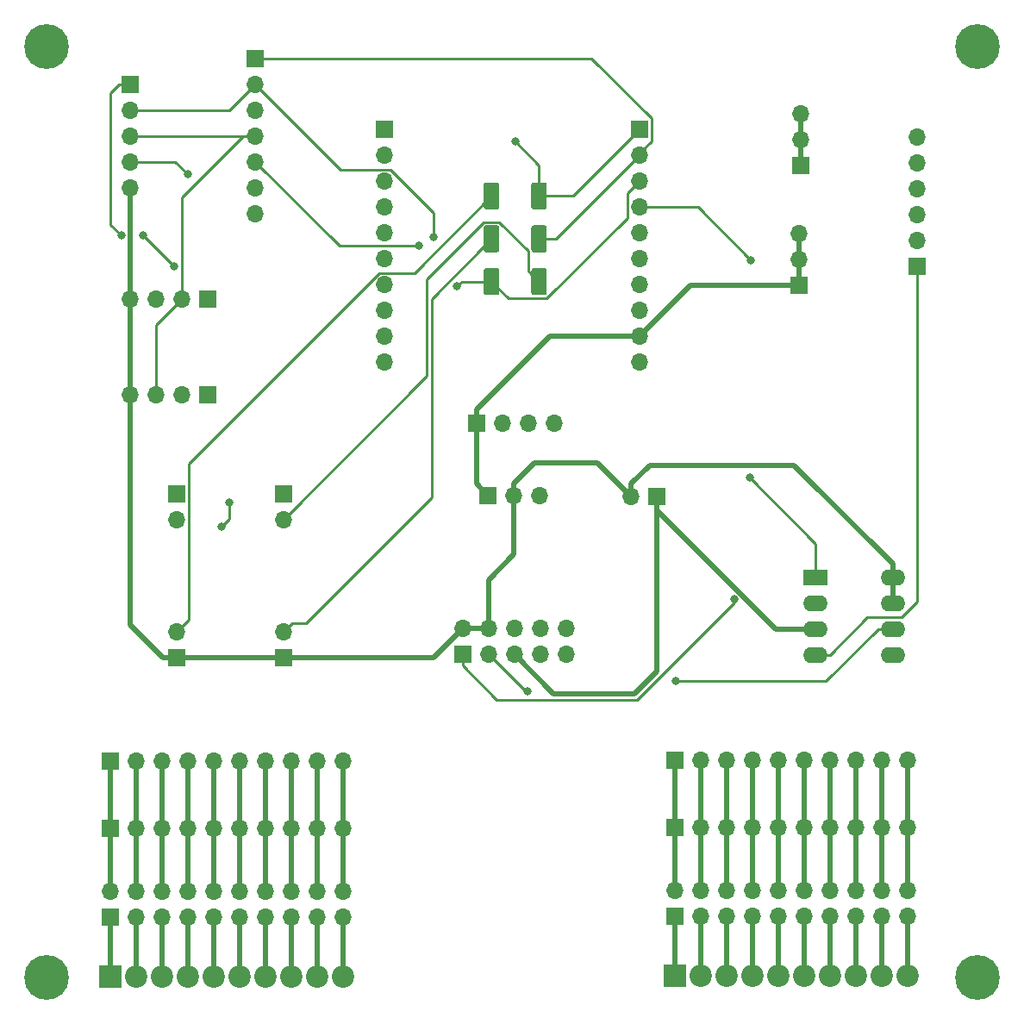
<source format=gbr>
G04 #@! TF.GenerationSoftware,KiCad,Pcbnew,(5.1.5-0-10_14)*
G04 #@! TF.CreationDate,2020-01-27T09:04:13+02:00*
G04 #@! TF.ProjectId,Focaccia-Board_v.0.1,466f6361-6363-4696-912d-426f6172645f,rev?*
G04 #@! TF.SameCoordinates,Original*
G04 #@! TF.FileFunction,Copper,L1,Top*
G04 #@! TF.FilePolarity,Positive*
%FSLAX46Y46*%
G04 Gerber Fmt 4.6, Leading zero omitted, Abs format (unit mm)*
G04 Created by KiCad (PCBNEW (5.1.5-0-10_14)) date 2020-01-27 09:04:13*
%MOMM*%
%LPD*%
G04 APERTURE LIST*
%ADD10O,2.400000X1.600000*%
%ADD11R,2.400000X1.600000*%
%ADD12C,2.200000*%
%ADD13R,2.200000X2.200000*%
%ADD14R,1.700000X1.700000*%
%ADD15O,1.700000X1.700000*%
%ADD16C,4.400000*%
%ADD17C,0.700000*%
%ADD18C,0.100000*%
%ADD19C,0.800000*%
%ADD20C,0.500000*%
%ADD21C,0.250000*%
G04 APERTURE END LIST*
D10*
X178420000Y-70600000D03*
X170800000Y-78220000D03*
X178420000Y-73140000D03*
X170800000Y-75680000D03*
X178420000Y-75680000D03*
X170800000Y-73140000D03*
X178420000Y-78220000D03*
D11*
X170800000Y-70600000D03*
D12*
X124360000Y-109800000D03*
X121820000Y-109800000D03*
X119280000Y-109800000D03*
X116740000Y-109800000D03*
X114200000Y-109800000D03*
X111660000Y-109800000D03*
X109120000Y-109800000D03*
X106580000Y-109800000D03*
X104040000Y-109800000D03*
D13*
X101500000Y-109800000D03*
D12*
X179860000Y-109750000D03*
X177320000Y-109750000D03*
X174780000Y-109750000D03*
X172240000Y-109750000D03*
X169700000Y-109750000D03*
X167160000Y-109750000D03*
X164620000Y-109750000D03*
X162080000Y-109750000D03*
X159540000Y-109750000D03*
D13*
X157000000Y-109750000D03*
D14*
X157000000Y-95200000D03*
D15*
X159540000Y-95200000D03*
X162080000Y-95200000D03*
X164620000Y-95200000D03*
X167160000Y-95200000D03*
X169700000Y-95200000D03*
X172240000Y-95200000D03*
X174780000Y-95200000D03*
X177320000Y-95200000D03*
X179860000Y-95200000D03*
D14*
X157000000Y-103950000D03*
D15*
X157000000Y-101410000D03*
X159540000Y-103950000D03*
X159540000Y-101410000D03*
X162080000Y-103950000D03*
X162080000Y-101410000D03*
X164620000Y-103950000D03*
X164620000Y-101410000D03*
X167160000Y-103950000D03*
X167160000Y-101410000D03*
X169700000Y-103950000D03*
X169700000Y-101410000D03*
X172240000Y-103950000D03*
X172240000Y-101410000D03*
X174780000Y-103950000D03*
X174780000Y-101410000D03*
X177320000Y-103950000D03*
X177320000Y-101410000D03*
X179860000Y-103950000D03*
X179860000Y-101410000D03*
D14*
X157000000Y-88600000D03*
D15*
X159540000Y-88600000D03*
X162080000Y-88600000D03*
X164620000Y-88600000D03*
X167160000Y-88600000D03*
X169700000Y-88600000D03*
X172240000Y-88600000D03*
X174780000Y-88600000D03*
X177320000Y-88600000D03*
X179860000Y-88600000D03*
X124360000Y-101460000D03*
X124360000Y-104000000D03*
X121820000Y-101460000D03*
X121820000Y-104000000D03*
X119280000Y-101460000D03*
X119280000Y-104000000D03*
X116740000Y-101460000D03*
X116740000Y-104000000D03*
X114200000Y-101460000D03*
X114200000Y-104000000D03*
X111660000Y-101460000D03*
X111660000Y-104000000D03*
X109120000Y-101460000D03*
X109120000Y-104000000D03*
X106580000Y-101460000D03*
X106580000Y-104000000D03*
X104040000Y-101460000D03*
X104040000Y-104000000D03*
X101500000Y-101460000D03*
D14*
X101500000Y-104000000D03*
D15*
X124360000Y-88650000D03*
X121820000Y-88650000D03*
X119280000Y-88650000D03*
X116740000Y-88650000D03*
X114200000Y-88650000D03*
X111660000Y-88650000D03*
X109120000Y-88650000D03*
X106580000Y-88650000D03*
X104040000Y-88650000D03*
D14*
X101500000Y-88650000D03*
D15*
X124360000Y-95250000D03*
X121820000Y-95250000D03*
X119280000Y-95250000D03*
X116740000Y-95250000D03*
X114200000Y-95250000D03*
X111660000Y-95250000D03*
X109120000Y-95250000D03*
X106580000Y-95250000D03*
X104040000Y-95250000D03*
D14*
X101500000Y-95250000D03*
D16*
X186700000Y-109900000D03*
D17*
X188350000Y-109900000D03*
X187866726Y-111066726D03*
X186700000Y-111550000D03*
X185533274Y-111066726D03*
X185050000Y-109900000D03*
X185533274Y-108733274D03*
X186700000Y-108250000D03*
X187866726Y-108733274D03*
D16*
X95300000Y-109900000D03*
D17*
X96950000Y-109900000D03*
X96466726Y-111066726D03*
X95300000Y-111550000D03*
X94133274Y-111066726D03*
X93650000Y-109900000D03*
X94133274Y-108733274D03*
X95300000Y-108250000D03*
X96466726Y-108733274D03*
D16*
X95300000Y-18500000D03*
D17*
X96950000Y-18500000D03*
X96466726Y-19666726D03*
X95300000Y-20150000D03*
X94133274Y-19666726D03*
X93650000Y-18500000D03*
X94133274Y-17333274D03*
X95300000Y-16850000D03*
X96466726Y-17333274D03*
X187866726Y-17333274D03*
X186700000Y-16850000D03*
X185533274Y-17333274D03*
X185050000Y-18500000D03*
X185533274Y-19666726D03*
X186700000Y-20150000D03*
X187866726Y-19666726D03*
X188350000Y-18500000D03*
D16*
X186700000Y-18500000D03*
D15*
X143730000Y-62600000D03*
X141190000Y-62600000D03*
D14*
X138650000Y-62600000D03*
D15*
X103480000Y-43300000D03*
X106020000Y-43300000D03*
X108560000Y-43300000D03*
D14*
X111100000Y-43300000D03*
D15*
X103500000Y-32360000D03*
X103500000Y-29820000D03*
X103500000Y-27280000D03*
X103500000Y-24740000D03*
D14*
X103500000Y-22200000D03*
X111100000Y-52700000D03*
D15*
X108560000Y-52700000D03*
X106020000Y-52700000D03*
X103480000Y-52700000D03*
X115800000Y-34890000D03*
X115800000Y-32350000D03*
X115800000Y-29810000D03*
X115800000Y-27270000D03*
X115800000Y-24730000D03*
X115800000Y-22190000D03*
D14*
X115800000Y-19650000D03*
D15*
X108050000Y-64940000D03*
D14*
X108050000Y-62400000D03*
X118550000Y-62400000D03*
D15*
X118550000Y-64940000D03*
X118550000Y-75960000D03*
D14*
X118550000Y-78500000D03*
X108050000Y-78500000D03*
D15*
X108050000Y-75960000D03*
D14*
X128500000Y-26650000D03*
D15*
X128500000Y-29190000D03*
X128500000Y-31730000D03*
X128500000Y-34270000D03*
X128500000Y-36810000D03*
X128500000Y-39350000D03*
X128500000Y-41890000D03*
X128500000Y-44430000D03*
X128500000Y-46970000D03*
X128500000Y-49510000D03*
X153500000Y-49510000D03*
X153500000Y-46970000D03*
X153500000Y-44430000D03*
X153500000Y-41890000D03*
X153500000Y-39350000D03*
X153500000Y-36810000D03*
X153500000Y-34270000D03*
X153500000Y-31730000D03*
X153500000Y-29190000D03*
D14*
X153500000Y-26650000D03*
X137500000Y-55500000D03*
D15*
X140040000Y-55500000D03*
X142580000Y-55500000D03*
X145120000Y-55500000D03*
D14*
X180800000Y-40100000D03*
D15*
X180800000Y-37560000D03*
X180800000Y-35020000D03*
X180800000Y-32480000D03*
X180800000Y-29940000D03*
X180800000Y-27400000D03*
X169200000Y-36870000D03*
X169200000Y-39410000D03*
D14*
X169200000Y-41950000D03*
X169400000Y-30150000D03*
D15*
X169400000Y-27610000D03*
X169400000Y-25070000D03*
G04 #@! TA.AperFunction,SMDPad,CuDef*
D18*
G36*
X144199506Y-31831205D02*
G01*
X144223774Y-31834805D01*
X144247573Y-31840766D01*
X144270672Y-31849031D01*
X144292851Y-31859521D01*
X144313894Y-31872133D01*
X144333600Y-31886748D01*
X144351778Y-31903224D01*
X144368254Y-31921402D01*
X144382869Y-31941108D01*
X144395481Y-31962151D01*
X144405971Y-31984330D01*
X144414236Y-32007429D01*
X144420197Y-32031228D01*
X144423797Y-32055496D01*
X144425001Y-32080000D01*
X144425001Y-34230002D01*
X144423797Y-34254506D01*
X144420197Y-34278774D01*
X144414236Y-34302573D01*
X144405971Y-34325672D01*
X144395481Y-34347851D01*
X144382869Y-34368894D01*
X144368254Y-34388600D01*
X144351778Y-34406778D01*
X144333600Y-34423254D01*
X144313894Y-34437869D01*
X144292851Y-34450481D01*
X144270672Y-34460971D01*
X144247573Y-34469236D01*
X144223774Y-34475197D01*
X144199506Y-34478797D01*
X144175002Y-34480001D01*
X143150000Y-34480001D01*
X143125496Y-34478797D01*
X143101228Y-34475197D01*
X143077429Y-34469236D01*
X143054330Y-34460971D01*
X143032151Y-34450481D01*
X143011108Y-34437869D01*
X142991402Y-34423254D01*
X142973224Y-34406778D01*
X142956748Y-34388600D01*
X142942133Y-34368894D01*
X142929521Y-34347851D01*
X142919031Y-34325672D01*
X142910766Y-34302573D01*
X142904805Y-34278774D01*
X142901205Y-34254506D01*
X142900001Y-34230002D01*
X142900001Y-32080000D01*
X142901205Y-32055496D01*
X142904805Y-32031228D01*
X142910766Y-32007429D01*
X142919031Y-31984330D01*
X142929521Y-31962151D01*
X142942133Y-31941108D01*
X142956748Y-31921402D01*
X142973224Y-31903224D01*
X142991402Y-31886748D01*
X143011108Y-31872133D01*
X143032151Y-31859521D01*
X143054330Y-31849031D01*
X143077429Y-31840766D01*
X143101228Y-31834805D01*
X143125496Y-31831205D01*
X143150000Y-31830001D01*
X144175002Y-31830001D01*
X144199506Y-31831205D01*
G37*
G04 #@! TD.AperFunction*
G04 #@! TA.AperFunction,SMDPad,CuDef*
G36*
X139524506Y-31831205D02*
G01*
X139548774Y-31834805D01*
X139572573Y-31840766D01*
X139595672Y-31849031D01*
X139617851Y-31859521D01*
X139638894Y-31872133D01*
X139658600Y-31886748D01*
X139676778Y-31903224D01*
X139693254Y-31921402D01*
X139707869Y-31941108D01*
X139720481Y-31962151D01*
X139730971Y-31984330D01*
X139739236Y-32007429D01*
X139745197Y-32031228D01*
X139748797Y-32055496D01*
X139750001Y-32080000D01*
X139750001Y-34230002D01*
X139748797Y-34254506D01*
X139745197Y-34278774D01*
X139739236Y-34302573D01*
X139730971Y-34325672D01*
X139720481Y-34347851D01*
X139707869Y-34368894D01*
X139693254Y-34388600D01*
X139676778Y-34406778D01*
X139658600Y-34423254D01*
X139638894Y-34437869D01*
X139617851Y-34450481D01*
X139595672Y-34460971D01*
X139572573Y-34469236D01*
X139548774Y-34475197D01*
X139524506Y-34478797D01*
X139500002Y-34480001D01*
X138475000Y-34480001D01*
X138450496Y-34478797D01*
X138426228Y-34475197D01*
X138402429Y-34469236D01*
X138379330Y-34460971D01*
X138357151Y-34450481D01*
X138336108Y-34437869D01*
X138316402Y-34423254D01*
X138298224Y-34406778D01*
X138281748Y-34388600D01*
X138267133Y-34368894D01*
X138254521Y-34347851D01*
X138244031Y-34325672D01*
X138235766Y-34302573D01*
X138229805Y-34278774D01*
X138226205Y-34254506D01*
X138225001Y-34230002D01*
X138225001Y-32080000D01*
X138226205Y-32055496D01*
X138229805Y-32031228D01*
X138235766Y-32007429D01*
X138244031Y-31984330D01*
X138254521Y-31962151D01*
X138267133Y-31941108D01*
X138281748Y-31921402D01*
X138298224Y-31903224D01*
X138316402Y-31886748D01*
X138336108Y-31872133D01*
X138357151Y-31859521D01*
X138379330Y-31849031D01*
X138402429Y-31840766D01*
X138426228Y-31834805D01*
X138450496Y-31831205D01*
X138475000Y-31830001D01*
X139500002Y-31830001D01*
X139524506Y-31831205D01*
G37*
G04 #@! TD.AperFunction*
G04 #@! TA.AperFunction,SMDPad,CuDef*
G36*
X139524506Y-36041205D02*
G01*
X139548774Y-36044805D01*
X139572573Y-36050766D01*
X139595672Y-36059031D01*
X139617851Y-36069521D01*
X139638894Y-36082133D01*
X139658600Y-36096748D01*
X139676778Y-36113224D01*
X139693254Y-36131402D01*
X139707869Y-36151108D01*
X139720481Y-36172151D01*
X139730971Y-36194330D01*
X139739236Y-36217429D01*
X139745197Y-36241228D01*
X139748797Y-36265496D01*
X139750001Y-36290000D01*
X139750001Y-38440002D01*
X139748797Y-38464506D01*
X139745197Y-38488774D01*
X139739236Y-38512573D01*
X139730971Y-38535672D01*
X139720481Y-38557851D01*
X139707869Y-38578894D01*
X139693254Y-38598600D01*
X139676778Y-38616778D01*
X139658600Y-38633254D01*
X139638894Y-38647869D01*
X139617851Y-38660481D01*
X139595672Y-38670971D01*
X139572573Y-38679236D01*
X139548774Y-38685197D01*
X139524506Y-38688797D01*
X139500002Y-38690001D01*
X138475000Y-38690001D01*
X138450496Y-38688797D01*
X138426228Y-38685197D01*
X138402429Y-38679236D01*
X138379330Y-38670971D01*
X138357151Y-38660481D01*
X138336108Y-38647869D01*
X138316402Y-38633254D01*
X138298224Y-38616778D01*
X138281748Y-38598600D01*
X138267133Y-38578894D01*
X138254521Y-38557851D01*
X138244031Y-38535672D01*
X138235766Y-38512573D01*
X138229805Y-38488774D01*
X138226205Y-38464506D01*
X138225001Y-38440002D01*
X138225001Y-36290000D01*
X138226205Y-36265496D01*
X138229805Y-36241228D01*
X138235766Y-36217429D01*
X138244031Y-36194330D01*
X138254521Y-36172151D01*
X138267133Y-36151108D01*
X138281748Y-36131402D01*
X138298224Y-36113224D01*
X138316402Y-36096748D01*
X138336108Y-36082133D01*
X138357151Y-36069521D01*
X138379330Y-36059031D01*
X138402429Y-36050766D01*
X138426228Y-36044805D01*
X138450496Y-36041205D01*
X138475000Y-36040001D01*
X139500002Y-36040001D01*
X139524506Y-36041205D01*
G37*
G04 #@! TD.AperFunction*
G04 #@! TA.AperFunction,SMDPad,CuDef*
G36*
X144199506Y-36041205D02*
G01*
X144223774Y-36044805D01*
X144247573Y-36050766D01*
X144270672Y-36059031D01*
X144292851Y-36069521D01*
X144313894Y-36082133D01*
X144333600Y-36096748D01*
X144351778Y-36113224D01*
X144368254Y-36131402D01*
X144382869Y-36151108D01*
X144395481Y-36172151D01*
X144405971Y-36194330D01*
X144414236Y-36217429D01*
X144420197Y-36241228D01*
X144423797Y-36265496D01*
X144425001Y-36290000D01*
X144425001Y-38440002D01*
X144423797Y-38464506D01*
X144420197Y-38488774D01*
X144414236Y-38512573D01*
X144405971Y-38535672D01*
X144395481Y-38557851D01*
X144382869Y-38578894D01*
X144368254Y-38598600D01*
X144351778Y-38616778D01*
X144333600Y-38633254D01*
X144313894Y-38647869D01*
X144292851Y-38660481D01*
X144270672Y-38670971D01*
X144247573Y-38679236D01*
X144223774Y-38685197D01*
X144199506Y-38688797D01*
X144175002Y-38690001D01*
X143150000Y-38690001D01*
X143125496Y-38688797D01*
X143101228Y-38685197D01*
X143077429Y-38679236D01*
X143054330Y-38670971D01*
X143032151Y-38660481D01*
X143011108Y-38647869D01*
X142991402Y-38633254D01*
X142973224Y-38616778D01*
X142956748Y-38598600D01*
X142942133Y-38578894D01*
X142929521Y-38557851D01*
X142919031Y-38535672D01*
X142910766Y-38512573D01*
X142904805Y-38488774D01*
X142901205Y-38464506D01*
X142900001Y-38440002D01*
X142900001Y-36290000D01*
X142901205Y-36265496D01*
X142904805Y-36241228D01*
X142910766Y-36217429D01*
X142919031Y-36194330D01*
X142929521Y-36172151D01*
X142942133Y-36151108D01*
X142956748Y-36131402D01*
X142973224Y-36113224D01*
X142991402Y-36096748D01*
X143011108Y-36082133D01*
X143032151Y-36069521D01*
X143054330Y-36059031D01*
X143077429Y-36050766D01*
X143101228Y-36044805D01*
X143125496Y-36041205D01*
X143150000Y-36040001D01*
X144175002Y-36040001D01*
X144199506Y-36041205D01*
G37*
G04 #@! TD.AperFunction*
G04 #@! TA.AperFunction,SMDPad,CuDef*
G36*
X139524506Y-40251205D02*
G01*
X139548774Y-40254805D01*
X139572573Y-40260766D01*
X139595672Y-40269031D01*
X139617851Y-40279521D01*
X139638894Y-40292133D01*
X139658600Y-40306748D01*
X139676778Y-40323224D01*
X139693254Y-40341402D01*
X139707869Y-40361108D01*
X139720481Y-40382151D01*
X139730971Y-40404330D01*
X139739236Y-40427429D01*
X139745197Y-40451228D01*
X139748797Y-40475496D01*
X139750001Y-40500000D01*
X139750001Y-42650002D01*
X139748797Y-42674506D01*
X139745197Y-42698774D01*
X139739236Y-42722573D01*
X139730971Y-42745672D01*
X139720481Y-42767851D01*
X139707869Y-42788894D01*
X139693254Y-42808600D01*
X139676778Y-42826778D01*
X139658600Y-42843254D01*
X139638894Y-42857869D01*
X139617851Y-42870481D01*
X139595672Y-42880971D01*
X139572573Y-42889236D01*
X139548774Y-42895197D01*
X139524506Y-42898797D01*
X139500002Y-42900001D01*
X138475000Y-42900001D01*
X138450496Y-42898797D01*
X138426228Y-42895197D01*
X138402429Y-42889236D01*
X138379330Y-42880971D01*
X138357151Y-42870481D01*
X138336108Y-42857869D01*
X138316402Y-42843254D01*
X138298224Y-42826778D01*
X138281748Y-42808600D01*
X138267133Y-42788894D01*
X138254521Y-42767851D01*
X138244031Y-42745672D01*
X138235766Y-42722573D01*
X138229805Y-42698774D01*
X138226205Y-42674506D01*
X138225001Y-42650002D01*
X138225001Y-40500000D01*
X138226205Y-40475496D01*
X138229805Y-40451228D01*
X138235766Y-40427429D01*
X138244031Y-40404330D01*
X138254521Y-40382151D01*
X138267133Y-40361108D01*
X138281748Y-40341402D01*
X138298224Y-40323224D01*
X138316402Y-40306748D01*
X138336108Y-40292133D01*
X138357151Y-40279521D01*
X138379330Y-40269031D01*
X138402429Y-40260766D01*
X138426228Y-40254805D01*
X138450496Y-40251205D01*
X138475000Y-40250001D01*
X139500002Y-40250001D01*
X139524506Y-40251205D01*
G37*
G04 #@! TD.AperFunction*
G04 #@! TA.AperFunction,SMDPad,CuDef*
G36*
X144199506Y-40251205D02*
G01*
X144223774Y-40254805D01*
X144247573Y-40260766D01*
X144270672Y-40269031D01*
X144292851Y-40279521D01*
X144313894Y-40292133D01*
X144333600Y-40306748D01*
X144351778Y-40323224D01*
X144368254Y-40341402D01*
X144382869Y-40361108D01*
X144395481Y-40382151D01*
X144405971Y-40404330D01*
X144414236Y-40427429D01*
X144420197Y-40451228D01*
X144423797Y-40475496D01*
X144425001Y-40500000D01*
X144425001Y-42650002D01*
X144423797Y-42674506D01*
X144420197Y-42698774D01*
X144414236Y-42722573D01*
X144405971Y-42745672D01*
X144395481Y-42767851D01*
X144382869Y-42788894D01*
X144368254Y-42808600D01*
X144351778Y-42826778D01*
X144333600Y-42843254D01*
X144313894Y-42857869D01*
X144292851Y-42870481D01*
X144270672Y-42880971D01*
X144247573Y-42889236D01*
X144223774Y-42895197D01*
X144199506Y-42898797D01*
X144175002Y-42900001D01*
X143150000Y-42900001D01*
X143125496Y-42898797D01*
X143101228Y-42895197D01*
X143077429Y-42889236D01*
X143054330Y-42880971D01*
X143032151Y-42870481D01*
X143011108Y-42857869D01*
X142991402Y-42843254D01*
X142973224Y-42826778D01*
X142956748Y-42808600D01*
X142942133Y-42788894D01*
X142929521Y-42767851D01*
X142919031Y-42745672D01*
X142910766Y-42722573D01*
X142904805Y-42698774D01*
X142901205Y-42674506D01*
X142900001Y-42650002D01*
X142900001Y-40500000D01*
X142901205Y-40475496D01*
X142904805Y-40451228D01*
X142910766Y-40427429D01*
X142919031Y-40404330D01*
X142929521Y-40382151D01*
X142942133Y-40361108D01*
X142956748Y-40341402D01*
X142973224Y-40323224D01*
X142991402Y-40306748D01*
X143011108Y-40292133D01*
X143032151Y-40279521D01*
X143054330Y-40269031D01*
X143077429Y-40260766D01*
X143101228Y-40254805D01*
X143125496Y-40251205D01*
X143150000Y-40250001D01*
X144175002Y-40250001D01*
X144199506Y-40251205D01*
G37*
G04 #@! TD.AperFunction*
D14*
X136160000Y-78190000D03*
D15*
X136160000Y-75650000D03*
X138700000Y-78190000D03*
X138700000Y-75650000D03*
X141240000Y-78190000D03*
X141240000Y-75650000D03*
X143780000Y-78190000D03*
X143780000Y-75650000D03*
X146320000Y-78190000D03*
X146320000Y-75650000D03*
D14*
X155250000Y-62650000D03*
D15*
X152710000Y-62650000D03*
D19*
X102630000Y-37050000D03*
X104800000Y-37050000D03*
X107800000Y-40100000D03*
X109150000Y-31050000D03*
X131850000Y-38050000D03*
X157050000Y-80800000D03*
X141300000Y-27800000D03*
X135600000Y-42050000D03*
X112500000Y-65665000D03*
X113250000Y-63300000D03*
X142550000Y-81800000D03*
X133300000Y-37200000D03*
X164350000Y-60850000D03*
X164450000Y-39450000D03*
X162798959Y-72751041D03*
D20*
X101500000Y-88650000D02*
X101500000Y-95250000D01*
X104040000Y-89852081D02*
X104040000Y-95250000D01*
X104040000Y-88650000D02*
X104040000Y-89852081D01*
X106580000Y-88650000D02*
X106580000Y-95250000D01*
X109120000Y-88650000D02*
X109120000Y-95250000D01*
X111660000Y-88650000D02*
X111660000Y-95250000D01*
X114200000Y-88650000D02*
X114200000Y-95250000D01*
X116740000Y-88650000D02*
X116740000Y-95250000D01*
X119280000Y-88650000D02*
X119280000Y-95250000D01*
X121820000Y-88650000D02*
X121820000Y-95250000D01*
X124360000Y-88650000D02*
X124360000Y-95250000D01*
X101500000Y-101460000D02*
X101500000Y-95250000D01*
X104040000Y-95250000D02*
X104040000Y-101460000D01*
X106580000Y-95250000D02*
X106580000Y-101460000D01*
X109120000Y-95250000D02*
X109120000Y-101460000D01*
X111660000Y-96452081D02*
X111660000Y-101460000D01*
X111660000Y-95250000D02*
X111660000Y-96452081D01*
X114200000Y-95250000D02*
X114200000Y-101460000D01*
X116740000Y-95250000D02*
X116740000Y-101460000D01*
X119280000Y-96452081D02*
X119280000Y-101460000D01*
X119280000Y-95250000D02*
X119280000Y-96452081D01*
X121820000Y-96452081D02*
X121820000Y-101460000D01*
X121820000Y-95250000D02*
X121820000Y-96452081D01*
X124360000Y-95250000D02*
X124360000Y-101460000D01*
X169700000Y-88600000D02*
X169700000Y-95200000D01*
X164620000Y-95200000D02*
X164620000Y-101410000D01*
X172240000Y-88600000D02*
X172240000Y-95200000D01*
X169700000Y-95200000D02*
X169700000Y-101410000D01*
X167160000Y-88600000D02*
X167160000Y-95200000D01*
X162080000Y-88600000D02*
X162080000Y-95200000D01*
X177320000Y-88600000D02*
X177320000Y-95200000D01*
X179860000Y-88600000D02*
X179860000Y-95200000D01*
X159540000Y-88600000D02*
X159540000Y-89802081D01*
X174780000Y-88600000D02*
X174780000Y-95200000D01*
X164620000Y-88600000D02*
X164620000Y-95200000D01*
X159540000Y-89802081D02*
X159540000Y-95200000D01*
X157000000Y-88600000D02*
X157000000Y-95200000D01*
X172240000Y-95200000D02*
X172240000Y-101410000D01*
X159540000Y-95200000D02*
X159540000Y-101410000D01*
X167160000Y-95200000D02*
X167160000Y-96402081D01*
X177320000Y-96402081D02*
X177320000Y-101410000D01*
X177320000Y-95200000D02*
X177320000Y-96402081D01*
X167160000Y-96402081D02*
X167160000Y-101410000D01*
X157000000Y-101410000D02*
X157000000Y-95200000D01*
X162080000Y-95200000D02*
X162080000Y-101410000D01*
X174780000Y-96402081D02*
X174780000Y-101410000D01*
X174780000Y-95200000D02*
X174780000Y-96402081D01*
X179860000Y-95200000D02*
X179860000Y-101410000D01*
X157000000Y-103950000D02*
X157000000Y-109750000D01*
X159540000Y-105152081D02*
X159540000Y-109750000D01*
X159540000Y-103950000D02*
X159540000Y-105152081D01*
X162080000Y-103950000D02*
X162080000Y-109750000D01*
X164620000Y-103950000D02*
X164620000Y-109750000D01*
X167160000Y-103950000D02*
X167160000Y-109750000D01*
X169700000Y-103950000D02*
X169700000Y-109750000D01*
X172240000Y-103950000D02*
X172240000Y-109750000D01*
X174780000Y-105152081D02*
X174780000Y-109750000D01*
X174780000Y-103950000D02*
X174780000Y-105152081D01*
X177320000Y-108194366D02*
X177320000Y-103950000D01*
X177320000Y-109750000D02*
X177320000Y-108194366D01*
X179860000Y-105152081D02*
X179860000Y-109750000D01*
X179860000Y-103950000D02*
X179860000Y-105152081D01*
X101500000Y-104000000D02*
X101500000Y-109800000D01*
X104040000Y-104000000D02*
X104040000Y-109800000D01*
X106580000Y-109800000D02*
X106580000Y-104000000D01*
X109120000Y-104000000D02*
X109120000Y-109800000D01*
X111660000Y-104000000D02*
X111660000Y-109800000D01*
X114200000Y-104000000D02*
X114200000Y-109800000D01*
X116740000Y-104000000D02*
X116740000Y-109800000D01*
X119280000Y-104000000D02*
X119280000Y-109800000D01*
X121820000Y-104000000D02*
X121820000Y-109800000D01*
X124360000Y-104000000D02*
X124360000Y-109800000D01*
D21*
X180800000Y-41200000D02*
X180800000Y-40100000D01*
X180800000Y-73040984D02*
X180800000Y-41200000D01*
X179285994Y-74554990D02*
X180800000Y-73040984D01*
X175915010Y-74554990D02*
X179285994Y-74554990D01*
X172250000Y-78220000D02*
X175915010Y-74554990D01*
X170800000Y-78220000D02*
X172250000Y-78220000D01*
X102400000Y-22200000D02*
X101550000Y-23050000D01*
X103500000Y-22200000D02*
X102400000Y-22200000D01*
X101550000Y-35970000D02*
X102630000Y-37050000D01*
X101550000Y-23050000D02*
X101550000Y-35970000D01*
X107800000Y-40050000D02*
X107800000Y-40100000D01*
X104800000Y-37050000D02*
X107800000Y-40050000D01*
D20*
X169200000Y-36870000D02*
X169200000Y-39410000D01*
X169200000Y-39410000D02*
X169200000Y-41950000D01*
X158520000Y-41950000D02*
X153500000Y-46970000D01*
X169200000Y-41950000D02*
X158520000Y-41950000D01*
X137500000Y-54150000D02*
X137500000Y-55500000D01*
X144680000Y-46970000D02*
X137500000Y-54150000D01*
X153500000Y-46970000D02*
X144680000Y-46970000D01*
X137500000Y-61450000D02*
X138650000Y-62600000D01*
X137500000Y-55500000D02*
X137500000Y-61450000D01*
X169400000Y-25070000D02*
X169400000Y-27610000D01*
X169400000Y-27610000D02*
X169400000Y-30150000D01*
D21*
X107920000Y-29820000D02*
X109150000Y-31050000D01*
X103500000Y-29820000D02*
X107920000Y-29820000D01*
X142900001Y-40812501D02*
X143662501Y-41575001D01*
X142574991Y-40487491D02*
X142900001Y-40812501D01*
X142574991Y-38551801D02*
X142574991Y-40487491D01*
X139738181Y-35714991D02*
X142574991Y-38551801D01*
X132649990Y-41301822D02*
X138236821Y-35714991D01*
X138236821Y-35714991D02*
X139738181Y-35714991D01*
X132649990Y-50840010D02*
X132649990Y-41301822D01*
X118550000Y-64940000D02*
X132649990Y-50840010D01*
X119399999Y-75110001D02*
X120739999Y-75110001D01*
X118550000Y-75960000D02*
X119399999Y-75110001D01*
X138225001Y-38127501D02*
X138987501Y-37365001D01*
X133100000Y-43252502D02*
X138225001Y-38127501D01*
X133100000Y-62750000D02*
X133100000Y-43252502D01*
X120739999Y-75110001D02*
X133100000Y-62750000D01*
X131427503Y-40714999D02*
X127935999Y-40714999D01*
X108899999Y-75110001D02*
X108050000Y-75960000D01*
X109225001Y-74784999D02*
X108899999Y-75110001D01*
X127935999Y-40714999D02*
X109225001Y-59425997D01*
X109225001Y-59425997D02*
X109225001Y-74784999D01*
X138987501Y-33155001D02*
X131427503Y-40714999D01*
X124040000Y-38050000D02*
X131850000Y-38050000D01*
X115800000Y-29810000D02*
X124040000Y-38050000D01*
X145324999Y-37365001D02*
X153500000Y-29190000D01*
X143662501Y-37365001D02*
X145324999Y-37365001D01*
X116900000Y-19650000D02*
X115800000Y-19650000D01*
X148785002Y-19650000D02*
X116900000Y-19650000D01*
X154675001Y-25539999D02*
X148785002Y-19650000D01*
X153245002Y-29190000D02*
X154675001Y-27760001D01*
X154675001Y-27760001D02*
X154675001Y-25539999D01*
X153500000Y-29190000D02*
X153245002Y-29190000D01*
X146994999Y-33155001D02*
X153500000Y-26650000D01*
X143662501Y-33155001D02*
X146994999Y-33155001D01*
X108560000Y-42097919D02*
X108560000Y-43300000D01*
X108560000Y-33307919D02*
X108560000Y-42097919D01*
X114597919Y-27270000D02*
X108560000Y-33307919D01*
X115800000Y-27270000D02*
X114597919Y-27270000D01*
X106020000Y-45840000D02*
X106020000Y-52700000D01*
X108560000Y-43300000D02*
X106020000Y-45840000D01*
X171850000Y-80800000D02*
X157050000Y-80800000D01*
X176970000Y-75680000D02*
X171850000Y-80800000D01*
X178420000Y-75680000D02*
X176970000Y-75680000D01*
X143662501Y-30162501D02*
X143662501Y-33155001D01*
X141300000Y-27800000D02*
X143662501Y-30162501D01*
X115790000Y-27280000D02*
X115800000Y-27270000D01*
X103500000Y-27280000D02*
X115790000Y-27280000D01*
X113250000Y-24740000D02*
X115800000Y-22190000D01*
X103500000Y-24740000D02*
X113250000Y-24740000D01*
X136074999Y-41575001D02*
X138987501Y-41575001D01*
X135600000Y-42050000D02*
X136074999Y-41575001D01*
X152650001Y-32579999D02*
X153500000Y-31730000D01*
X152324999Y-32905001D02*
X152650001Y-32579999D01*
X152324999Y-35313193D02*
X152324999Y-32905001D01*
X144413181Y-43225011D02*
X152324999Y-35313193D01*
X140637511Y-43225011D02*
X144413181Y-43225011D01*
X138987501Y-41575001D02*
X140637511Y-43225011D01*
X113250000Y-64915000D02*
X113250000Y-63300000D01*
X112500000Y-65665000D02*
X113250000Y-64915000D01*
X142310000Y-81800000D02*
X142550000Y-81800000D01*
X138700000Y-78190000D02*
X142310000Y-81800000D01*
X129064001Y-30554999D02*
X133300000Y-34790998D01*
X124164999Y-30554999D02*
X129064001Y-30554999D01*
X115800000Y-22190000D02*
X124164999Y-30554999D01*
X133300000Y-34790998D02*
X133300000Y-37200000D01*
X170800000Y-67300000D02*
X164350000Y-60850000D01*
X170800000Y-70600000D02*
X170800000Y-67300000D01*
X159270000Y-34270000D02*
X153500000Y-34270000D01*
X164450000Y-39450000D02*
X159270000Y-34270000D01*
X162798959Y-73114227D02*
X162798959Y-72751041D01*
X153288176Y-82625010D02*
X162798959Y-73114227D01*
X139495010Y-82625010D02*
X153288176Y-82625010D01*
X136160000Y-79290000D02*
X139495010Y-82625010D01*
X136160000Y-78190000D02*
X136160000Y-79290000D01*
D20*
X141190000Y-61397919D02*
X143237919Y-59350000D01*
X141190000Y-62600000D02*
X141190000Y-61397919D01*
X149410000Y-59350000D02*
X152710000Y-62650000D01*
X143237919Y-59350000D02*
X149410000Y-59350000D01*
X141190000Y-62600000D02*
X141190000Y-68360000D01*
X138700000Y-70850000D02*
X138700000Y-75650000D01*
X141190000Y-68360000D02*
X138700000Y-70850000D01*
X152710000Y-61447919D02*
X154557919Y-59600000D01*
X152710000Y-62650000D02*
X152710000Y-61447919D01*
X178420000Y-69300000D02*
X178420000Y-70600000D01*
X168720000Y-59600000D02*
X178420000Y-69300000D01*
X154557919Y-59600000D02*
X168720000Y-59600000D01*
X178420000Y-70600000D02*
X178420000Y-73140000D01*
X138700000Y-75650000D02*
X136160000Y-75650000D01*
X133310000Y-78500000D02*
X108050000Y-78500000D01*
X136160000Y-75650000D02*
X133310000Y-78500000D01*
X103480000Y-53902081D02*
X103480000Y-52700000D01*
X103480000Y-75280000D02*
X103480000Y-53902081D01*
X106700000Y-78500000D02*
X103480000Y-75280000D01*
X108050000Y-78500000D02*
X106700000Y-78500000D01*
X103480000Y-52700000D02*
X103480000Y-43300000D01*
X103480000Y-32380000D02*
X103500000Y-32360000D01*
X103480000Y-43300000D02*
X103480000Y-32380000D01*
X169100000Y-75680000D02*
X170800000Y-75680000D01*
X166930000Y-75680000D02*
X169100000Y-75680000D01*
X155250000Y-64000000D02*
X166930000Y-75680000D01*
X155250000Y-62650000D02*
X155250000Y-64000000D01*
X155250000Y-62650000D02*
X155250000Y-79850000D01*
X155250000Y-79850000D02*
X153050000Y-82050000D01*
X145100000Y-82050000D02*
X141240000Y-78190000D01*
X153050000Y-82050000D02*
X145100000Y-82050000D01*
M02*

</source>
